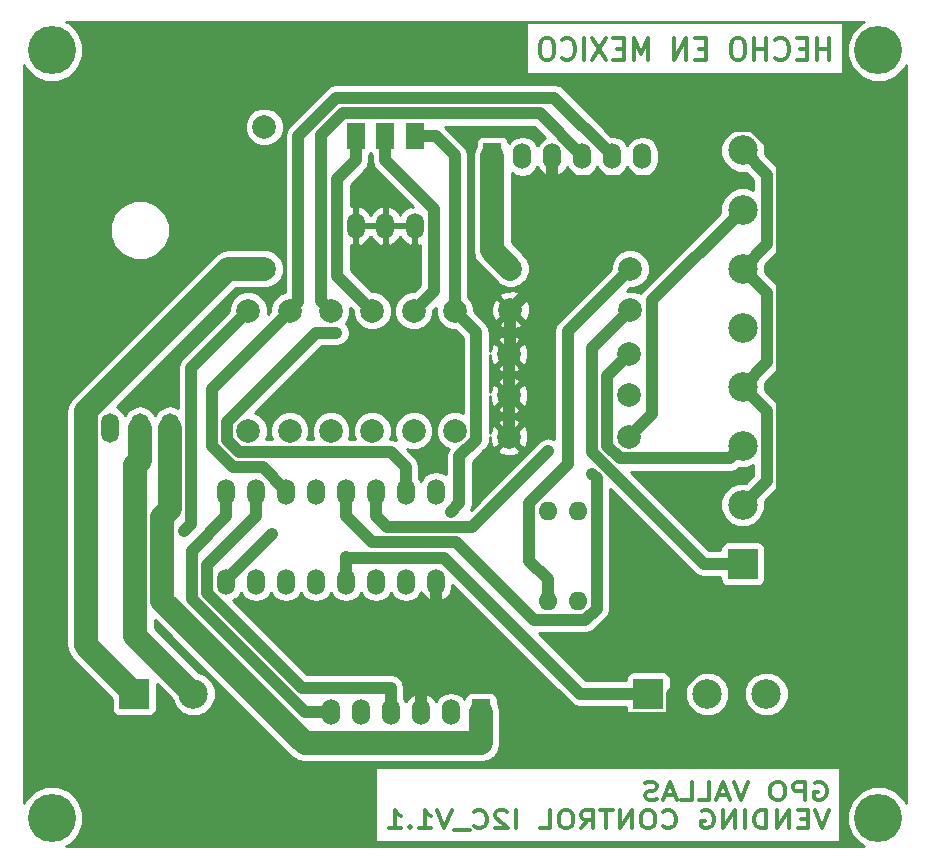
<source format=gbr>
G04 #@! TF.FileFunction,Copper,L2,Bot,Signal*
%FSLAX46Y46*%
G04 Gerber Fmt 4.6, Leading zero omitted, Abs format (unit mm)*
G04 Created by KiCad (PCBNEW 4.0.1-stable) date 26/09/2016 04:38:13 p. m.*
%MOMM*%
G01*
G04 APERTURE LIST*
%ADD10C,0.100000*%
%ADD11C,0.300000*%
%ADD12C,2.000000*%
%ADD13O,1.524000X2.197100*%
%ADD14R,1.524000X2.197100*%
%ADD15C,2.500000*%
%ADD16R,2.500000X2.500000*%
%ADD17O,1.501140X2.499360*%
%ADD18C,1.998980*%
%ADD19R,1.498600X2.197100*%
%ADD20O,1.498600X2.197100*%
%ADD21O,1.501140X2.199640*%
%ADD22O,1.600000X1.600000*%
%ADD23C,4.064000*%
%ADD24C,0.800000*%
%ADD25C,2.000000*%
%ADD26C,1.000000*%
%ADD27C,0.254000*%
G04 APERTURE END LIST*
D10*
D11*
X183321429Y-53314286D02*
X183321429Y-51514286D01*
X183321429Y-52371429D02*
X182292857Y-52371429D01*
X182292857Y-53314286D02*
X182292857Y-51514286D01*
X181435715Y-52371429D02*
X180835715Y-52371429D01*
X180578572Y-53314286D02*
X181435715Y-53314286D01*
X181435715Y-51514286D01*
X180578572Y-51514286D01*
X178778572Y-53142857D02*
X178864286Y-53228571D01*
X179121429Y-53314286D01*
X179292858Y-53314286D01*
X179550001Y-53228571D01*
X179721429Y-53057143D01*
X179807144Y-52885714D01*
X179892858Y-52542857D01*
X179892858Y-52285714D01*
X179807144Y-51942857D01*
X179721429Y-51771429D01*
X179550001Y-51600000D01*
X179292858Y-51514286D01*
X179121429Y-51514286D01*
X178864286Y-51600000D01*
X178778572Y-51685714D01*
X178007144Y-53314286D02*
X178007144Y-51514286D01*
X178007144Y-52371429D02*
X176978572Y-52371429D01*
X176978572Y-53314286D02*
X176978572Y-51514286D01*
X175778572Y-51514286D02*
X175435715Y-51514286D01*
X175264287Y-51600000D01*
X175092858Y-51771429D01*
X175007144Y-52114286D01*
X175007144Y-52714286D01*
X175092858Y-53057143D01*
X175264287Y-53228571D01*
X175435715Y-53314286D01*
X175778572Y-53314286D01*
X175950001Y-53228571D01*
X176121430Y-53057143D01*
X176207144Y-52714286D01*
X176207144Y-52114286D01*
X176121430Y-51771429D01*
X175950001Y-51600000D01*
X175778572Y-51514286D01*
X172864287Y-52371429D02*
X172264287Y-52371429D01*
X172007144Y-53314286D02*
X172864287Y-53314286D01*
X172864287Y-51514286D01*
X172007144Y-51514286D01*
X171235716Y-53314286D02*
X171235716Y-51514286D01*
X170207144Y-53314286D01*
X170207144Y-51514286D01*
X167978573Y-53314286D02*
X167978573Y-51514286D01*
X167378573Y-52800000D01*
X166778573Y-51514286D01*
X166778573Y-53314286D01*
X165921430Y-52371429D02*
X165321430Y-52371429D01*
X165064287Y-53314286D02*
X165921430Y-53314286D01*
X165921430Y-51514286D01*
X165064287Y-51514286D01*
X164464287Y-51514286D02*
X163264287Y-53314286D01*
X163264287Y-51514286D02*
X164464287Y-53314286D01*
X162578573Y-53314286D02*
X162578573Y-51514286D01*
X160692858Y-53142857D02*
X160778572Y-53228571D01*
X161035715Y-53314286D01*
X161207144Y-53314286D01*
X161464287Y-53228571D01*
X161635715Y-53057143D01*
X161721430Y-52885714D01*
X161807144Y-52542857D01*
X161807144Y-52285714D01*
X161721430Y-51942857D01*
X161635715Y-51771429D01*
X161464287Y-51600000D01*
X161207144Y-51514286D01*
X161035715Y-51514286D01*
X160778572Y-51600000D01*
X160692858Y-51685714D01*
X159578572Y-51514286D02*
X159235715Y-51514286D01*
X159064287Y-51600000D01*
X158892858Y-51771429D01*
X158807144Y-52114286D01*
X158807144Y-52714286D01*
X158892858Y-53057143D01*
X159064287Y-53228571D01*
X159235715Y-53314286D01*
X159578572Y-53314286D01*
X159750001Y-53228571D01*
X159921430Y-53057143D01*
X160007144Y-52714286D01*
X160007144Y-52114286D01*
X159921430Y-51771429D01*
X159750001Y-51600000D01*
X159578572Y-51514286D01*
X182128571Y-114550000D02*
X182300000Y-114478571D01*
X182557143Y-114478571D01*
X182814286Y-114550000D01*
X182985714Y-114692857D01*
X183071429Y-114835714D01*
X183157143Y-115121429D01*
X183157143Y-115335714D01*
X183071429Y-115621429D01*
X182985714Y-115764286D01*
X182814286Y-115907143D01*
X182557143Y-115978571D01*
X182385714Y-115978571D01*
X182128571Y-115907143D01*
X182042857Y-115835714D01*
X182042857Y-115335714D01*
X182385714Y-115335714D01*
X181271429Y-115978571D02*
X181271429Y-114478571D01*
X180585714Y-114478571D01*
X180414286Y-114550000D01*
X180328571Y-114621429D01*
X180242857Y-114764286D01*
X180242857Y-114978571D01*
X180328571Y-115121429D01*
X180414286Y-115192857D01*
X180585714Y-115264286D01*
X181271429Y-115264286D01*
X179128571Y-114478571D02*
X178785714Y-114478571D01*
X178614286Y-114550000D01*
X178442857Y-114692857D01*
X178357143Y-114978571D01*
X178357143Y-115478571D01*
X178442857Y-115764286D01*
X178614286Y-115907143D01*
X178785714Y-115978571D01*
X179128571Y-115978571D01*
X179300000Y-115907143D01*
X179471429Y-115764286D01*
X179557143Y-115478571D01*
X179557143Y-114978571D01*
X179471429Y-114692857D01*
X179300000Y-114550000D01*
X179128571Y-114478571D01*
X176471428Y-114478571D02*
X175871428Y-115978571D01*
X175271428Y-114478571D01*
X174757143Y-115550000D02*
X173900000Y-115550000D01*
X174928571Y-115978571D02*
X174328571Y-114478571D01*
X173728571Y-115978571D01*
X172271429Y-115978571D02*
X173128572Y-115978571D01*
X173128572Y-114478571D01*
X170814286Y-115978571D02*
X171671429Y-115978571D01*
X171671429Y-114478571D01*
X170300000Y-115550000D02*
X169442857Y-115550000D01*
X170471428Y-115978571D02*
X169871428Y-114478571D01*
X169271428Y-115978571D01*
X168757143Y-115907143D02*
X168500000Y-115978571D01*
X168071429Y-115978571D01*
X167900000Y-115907143D01*
X167814286Y-115835714D01*
X167728571Y-115692857D01*
X167728571Y-115550000D01*
X167814286Y-115407143D01*
X167900000Y-115335714D01*
X168071429Y-115264286D01*
X168414286Y-115192857D01*
X168585714Y-115121429D01*
X168671429Y-115050000D01*
X168757143Y-114907143D01*
X168757143Y-114764286D01*
X168671429Y-114621429D01*
X168585714Y-114550000D01*
X168414286Y-114478571D01*
X167985714Y-114478571D01*
X167728571Y-114550000D01*
X183328571Y-116878571D02*
X182728571Y-118378571D01*
X182128571Y-116878571D01*
X181528572Y-117592857D02*
X180928572Y-117592857D01*
X180671429Y-118378571D02*
X181528572Y-118378571D01*
X181528572Y-116878571D01*
X180671429Y-116878571D01*
X179900001Y-118378571D02*
X179900001Y-116878571D01*
X178871429Y-118378571D01*
X178871429Y-116878571D01*
X178014287Y-118378571D02*
X178014287Y-116878571D01*
X177585715Y-116878571D01*
X177328572Y-116950000D01*
X177157144Y-117092857D01*
X177071429Y-117235714D01*
X176985715Y-117521429D01*
X176985715Y-117735714D01*
X177071429Y-118021429D01*
X177157144Y-118164286D01*
X177328572Y-118307143D01*
X177585715Y-118378571D01*
X178014287Y-118378571D01*
X176214287Y-118378571D02*
X176214287Y-116878571D01*
X175357144Y-118378571D02*
X175357144Y-116878571D01*
X174328572Y-118378571D01*
X174328572Y-116878571D01*
X172528572Y-116950000D02*
X172700001Y-116878571D01*
X172957144Y-116878571D01*
X173214287Y-116950000D01*
X173385715Y-117092857D01*
X173471430Y-117235714D01*
X173557144Y-117521429D01*
X173557144Y-117735714D01*
X173471430Y-118021429D01*
X173385715Y-118164286D01*
X173214287Y-118307143D01*
X172957144Y-118378571D01*
X172785715Y-118378571D01*
X172528572Y-118307143D01*
X172442858Y-118235714D01*
X172442858Y-117735714D01*
X172785715Y-117735714D01*
X169271429Y-118235714D02*
X169357143Y-118307143D01*
X169614286Y-118378571D01*
X169785715Y-118378571D01*
X170042858Y-118307143D01*
X170214286Y-118164286D01*
X170300001Y-118021429D01*
X170385715Y-117735714D01*
X170385715Y-117521429D01*
X170300001Y-117235714D01*
X170214286Y-117092857D01*
X170042858Y-116950000D01*
X169785715Y-116878571D01*
X169614286Y-116878571D01*
X169357143Y-116950000D01*
X169271429Y-117021429D01*
X168157143Y-116878571D02*
X167814286Y-116878571D01*
X167642858Y-116950000D01*
X167471429Y-117092857D01*
X167385715Y-117378571D01*
X167385715Y-117878571D01*
X167471429Y-118164286D01*
X167642858Y-118307143D01*
X167814286Y-118378571D01*
X168157143Y-118378571D01*
X168328572Y-118307143D01*
X168500001Y-118164286D01*
X168585715Y-117878571D01*
X168585715Y-117378571D01*
X168500001Y-117092857D01*
X168328572Y-116950000D01*
X168157143Y-116878571D01*
X166614287Y-118378571D02*
X166614287Y-116878571D01*
X165585715Y-118378571D01*
X165585715Y-116878571D01*
X164985715Y-116878571D02*
X163957144Y-116878571D01*
X164471430Y-118378571D02*
X164471430Y-116878571D01*
X162328572Y-118378571D02*
X162928572Y-117664286D01*
X163357144Y-118378571D02*
X163357144Y-116878571D01*
X162671429Y-116878571D01*
X162500001Y-116950000D01*
X162414286Y-117021429D01*
X162328572Y-117164286D01*
X162328572Y-117378571D01*
X162414286Y-117521429D01*
X162500001Y-117592857D01*
X162671429Y-117664286D01*
X163357144Y-117664286D01*
X161214286Y-116878571D02*
X160871429Y-116878571D01*
X160700001Y-116950000D01*
X160528572Y-117092857D01*
X160442858Y-117378571D01*
X160442858Y-117878571D01*
X160528572Y-118164286D01*
X160700001Y-118307143D01*
X160871429Y-118378571D01*
X161214286Y-118378571D01*
X161385715Y-118307143D01*
X161557144Y-118164286D01*
X161642858Y-117878571D01*
X161642858Y-117378571D01*
X161557144Y-117092857D01*
X161385715Y-116950000D01*
X161214286Y-116878571D01*
X158814287Y-118378571D02*
X159671430Y-118378571D01*
X159671430Y-116878571D01*
X156842858Y-118378571D02*
X156842858Y-116878571D01*
X156071429Y-117021429D02*
X155985715Y-116950000D01*
X155814286Y-116878571D01*
X155385715Y-116878571D01*
X155214286Y-116950000D01*
X155128572Y-117021429D01*
X155042857Y-117164286D01*
X155042857Y-117307143D01*
X155128572Y-117521429D01*
X156157143Y-118378571D01*
X155042857Y-118378571D01*
X153242857Y-118235714D02*
X153328571Y-118307143D01*
X153585714Y-118378571D01*
X153757143Y-118378571D01*
X154014286Y-118307143D01*
X154185714Y-118164286D01*
X154271429Y-118021429D01*
X154357143Y-117735714D01*
X154357143Y-117521429D01*
X154271429Y-117235714D01*
X154185714Y-117092857D01*
X154014286Y-116950000D01*
X153757143Y-116878571D01*
X153585714Y-116878571D01*
X153328571Y-116950000D01*
X153242857Y-117021429D01*
X152900000Y-118521429D02*
X151528571Y-118521429D01*
X151357142Y-116878571D02*
X150757142Y-118378571D01*
X150157142Y-116878571D01*
X148614285Y-118378571D02*
X149642857Y-118378571D01*
X149128571Y-118378571D02*
X149128571Y-116878571D01*
X149300000Y-117092857D01*
X149471428Y-117235714D01*
X149642857Y-117307143D01*
X147842857Y-118235714D02*
X147757142Y-118307143D01*
X147842857Y-118378571D01*
X147928571Y-118307143D01*
X147842857Y-118235714D01*
X147842857Y-118378571D01*
X146042856Y-118378571D02*
X147071428Y-118378571D01*
X146557142Y-118378571D02*
X146557142Y-116878571D01*
X146728571Y-117092857D01*
X146899999Y-117235714D01*
X147071428Y-117307143D01*
D12*
X135500000Y-71000000D03*
X135500000Y-59000000D03*
D13*
X162420000Y-61500000D03*
X159880000Y-61500000D03*
X167500000Y-61500000D03*
X164960000Y-61500000D03*
D14*
X154800000Y-61500000D03*
D13*
X157340000Y-61500000D03*
X146230000Y-108576200D03*
X148770000Y-108576200D03*
X141150000Y-108576200D03*
X143690000Y-108576200D03*
D14*
X153850000Y-108576200D03*
D13*
X151310000Y-108576200D03*
D15*
X178000000Y-107000000D03*
D16*
X168000000Y-107000000D03*
D15*
X173000000Y-107000000D03*
D16*
X124500000Y-107000000D03*
D15*
X129500000Y-107000000D03*
X176000000Y-61000000D03*
X176000000Y-66000000D03*
X176000000Y-71000000D03*
X176000000Y-76000000D03*
X176000000Y-81000000D03*
X176000000Y-86000000D03*
D16*
X176000000Y-96000000D03*
D15*
X176000000Y-91000000D03*
D17*
X124960000Y-84500000D03*
X122420000Y-84500000D03*
X127500000Y-84500000D03*
D18*
X151647000Y-84730500D03*
X151647000Y-74570500D03*
X148147000Y-84730500D03*
X148147000Y-74570500D03*
X144647000Y-84730500D03*
X144647000Y-74570500D03*
X141147000Y-84730500D03*
X141147000Y-74570500D03*
X137647000Y-84730500D03*
X137647000Y-74570500D03*
X134147000Y-84730500D03*
X134147000Y-74570500D03*
X166500000Y-71000000D03*
X156340000Y-71000000D03*
X166500000Y-74500000D03*
X156340000Y-74500000D03*
X166376000Y-78237600D03*
X156216000Y-78237600D03*
X166376000Y-81737600D03*
X156216000Y-81737600D03*
X166376000Y-85238000D03*
X156216000Y-85238000D03*
D19*
X148250000Y-59750000D03*
D20*
X148250000Y-67370000D03*
D19*
X145750000Y-59750000D03*
D20*
X145750000Y-67370000D03*
D19*
X143250000Y-59750000D03*
D20*
X143250000Y-67370000D03*
D21*
X132260000Y-97500000D03*
X134800000Y-97500000D03*
X137340000Y-97500000D03*
X139880000Y-97500000D03*
X142420000Y-97500000D03*
X144960000Y-97500000D03*
X147500000Y-97500000D03*
X150040000Y-97500000D03*
X150040000Y-89880000D03*
X147500000Y-89880000D03*
X144960000Y-89880000D03*
X142420000Y-89880000D03*
X139880000Y-89880000D03*
X137340000Y-89880000D03*
X134800000Y-89880000D03*
X132260000Y-89880000D03*
D22*
X162040000Y-91500000D03*
X159500000Y-91500000D03*
X159500000Y-99120000D03*
X162040000Y-99120000D03*
D23*
X117500000Y-117500000D03*
X187500000Y-117500000D03*
X187500000Y-52500000D03*
X117500000Y-52500000D03*
D24*
X136146100Y-93479200D03*
X151267200Y-91582000D03*
X128678300Y-93254000D03*
X163249300Y-88364700D03*
X159548700Y-86435400D03*
X141594300Y-76430800D03*
D25*
X124960000Y-84500000D02*
X124960000Y-87249800D01*
X124577700Y-102077700D02*
X129500000Y-107000000D01*
X124577700Y-87632100D02*
X124577700Y-102077700D01*
X124960000Y-87249800D02*
X124577700Y-87632100D01*
X132465500Y-71000000D02*
X135500000Y-71000000D01*
X120365300Y-83100200D02*
X132465500Y-71000000D01*
X120365300Y-102865300D02*
X120365300Y-83100200D01*
X124500000Y-107000000D02*
X120365300Y-102865300D01*
D26*
X162420000Y-61428500D02*
X162420000Y-61500000D01*
X158838700Y-57847200D02*
X162420000Y-61428500D01*
X142136900Y-57847200D02*
X158838700Y-57847200D01*
X140332400Y-59651700D02*
X142136900Y-57847200D01*
X140332400Y-73755900D02*
X140332400Y-59651700D01*
X141147000Y-74570500D02*
X140332400Y-73755900D01*
X138666200Y-106477600D02*
X146230000Y-106477600D01*
X130681600Y-98493000D02*
X138666200Y-106477600D01*
X130681600Y-96098300D02*
X130681600Y-98493000D01*
X134800000Y-91979900D02*
X130681600Y-96098300D01*
X134800000Y-89880000D02*
X134800000Y-91979900D01*
X146230000Y-108576200D02*
X146230000Y-106477600D01*
X156216000Y-81737600D02*
X156216000Y-78237600D01*
X150040000Y-97500000D02*
X150040000Y-99007000D01*
X148770000Y-108576200D02*
X148770000Y-106477600D01*
X156340000Y-78113600D02*
X156340000Y-74500000D01*
X156216000Y-78237600D02*
X156340000Y-78113600D01*
X150040000Y-100614200D02*
X152336700Y-102910900D01*
X150040000Y-99007000D02*
X150040000Y-100614200D01*
X152336700Y-102910900D02*
X148770000Y-106477600D01*
X159880000Y-61500000D02*
X159880000Y-63598600D01*
X159880000Y-70960000D02*
X156340000Y-74500000D01*
X159880000Y-63598600D02*
X159880000Y-70960000D01*
X156216000Y-85238000D02*
X156216000Y-81737600D01*
X169504100Y-63598600D02*
X159880000Y-63598600D01*
X174173000Y-58929700D02*
X169504100Y-63598600D01*
X176860100Y-58929700D02*
X174173000Y-58929700D01*
X179352500Y-61422100D02*
X176860100Y-58929700D01*
X179352500Y-97740000D02*
X179352500Y-61422100D01*
X170050400Y-107042100D02*
X179352500Y-97740000D01*
X170050400Y-108669500D02*
X170050400Y-107042100D01*
X169643000Y-109076900D02*
X170050400Y-108669500D01*
X158502700Y-109076900D02*
X169643000Y-109076900D01*
X152336700Y-102910900D02*
X158502700Y-109076900D01*
X132260000Y-89880000D02*
X132260000Y-91979900D01*
X178051300Y-63051300D02*
X176000000Y-61000000D01*
X178051300Y-68948700D02*
X178051300Y-63051300D01*
X176000000Y-71000000D02*
X178051300Y-68948700D01*
X129353700Y-94886200D02*
X132260000Y-91979900D01*
X129353700Y-99004200D02*
X129353700Y-94886200D01*
X138925700Y-108576200D02*
X129353700Y-99004200D01*
X141150000Y-108576200D02*
X138925700Y-108576200D01*
X178051300Y-83051300D02*
X176000000Y-81000000D01*
X178051300Y-88948700D02*
X178051300Y-83051300D01*
X176000000Y-91000000D02*
X178051300Y-88948700D01*
X178051300Y-73051300D02*
X176000000Y-71000000D01*
X178051300Y-78948700D02*
X178051300Y-73051300D01*
X176000000Y-81000000D02*
X178051300Y-78948700D01*
X164960000Y-61423200D02*
X164960000Y-61500000D01*
X160068800Y-56532000D02*
X164960000Y-61423200D01*
X141613000Y-56532000D02*
X160068800Y-56532000D01*
X138385400Y-59759600D02*
X141613000Y-56532000D01*
X138385400Y-73832100D02*
X138385400Y-59759600D01*
X137647000Y-74570500D02*
X138385400Y-73832100D01*
X137340000Y-89797300D02*
X137340000Y-89880000D01*
X135373300Y-87830600D02*
X137340000Y-89797300D01*
X132862900Y-87830600D02*
X135373300Y-87830600D01*
X131046900Y-86014600D02*
X132862900Y-87830600D01*
X131046900Y-81170600D02*
X131046900Y-86014600D01*
X137647000Y-74570500D02*
X131046900Y-81170600D01*
D25*
X153850000Y-108576200D02*
X153850000Y-111174800D01*
X127500000Y-84500000D02*
X127500000Y-87249800D01*
X138933400Y-111174800D02*
X153850000Y-111174800D01*
X126878000Y-99119400D02*
X138933400Y-111174800D01*
X126878000Y-91992000D02*
X126878000Y-99119400D01*
X127500000Y-91370000D02*
X126878000Y-91992000D01*
X127500000Y-87249800D02*
X127500000Y-91370000D01*
X154800000Y-69460000D02*
X154800000Y-61500000D01*
X156340000Y-71000000D02*
X154800000Y-69460000D01*
D26*
X161180400Y-76319600D02*
X166500000Y-71000000D01*
X161180400Y-87556300D02*
X161180400Y-76319600D01*
X157897600Y-90839100D02*
X161180400Y-87556300D01*
X157897600Y-95717600D02*
X157897600Y-90839100D01*
X159500000Y-97320000D02*
X157897600Y-95717600D01*
X159500000Y-99120000D02*
X159500000Y-97320000D01*
X148250000Y-59750000D02*
X149999300Y-59750000D01*
X151647000Y-61397700D02*
X151647000Y-74570500D01*
X149999300Y-59750000D02*
X151647000Y-61397700D01*
X153446800Y-76370300D02*
X151647000Y-74570500D01*
X153446800Y-85476100D02*
X153446800Y-76370300D01*
X152012800Y-86910100D02*
X153446800Y-85476100D01*
X152012700Y-86910100D02*
X152012800Y-86910100D01*
X152012700Y-90836500D02*
X152012700Y-86910100D01*
X151267200Y-91582000D02*
X152012700Y-90836500D01*
X132260000Y-97365300D02*
X136146100Y-93479200D01*
X132260000Y-97500000D02*
X132260000Y-97365300D01*
X145750000Y-59750000D02*
X145750000Y-61848600D01*
X149847100Y-72870400D02*
X148147000Y-74570500D01*
X149847100Y-65945700D02*
X149847100Y-72870400D01*
X145750000Y-61848600D02*
X149847100Y-65945700D01*
X143250000Y-59750000D02*
X143250000Y-61848600D01*
X141667900Y-63430700D02*
X143250000Y-61848600D01*
X141667900Y-71591400D02*
X141667900Y-63430700D01*
X144647000Y-74570500D02*
X141667900Y-71591400D01*
X129306900Y-92625400D02*
X128678300Y-93254000D01*
X129306900Y-79410600D02*
X129306900Y-92625400D01*
X134147000Y-74570500D02*
X129306900Y-79410600D01*
X142420000Y-97500000D02*
X142420000Y-95400100D01*
X162262700Y-107000000D02*
X168000000Y-107000000D01*
X150745600Y-95482900D02*
X162262700Y-107000000D01*
X142502800Y-95482900D02*
X150745600Y-95482900D01*
X142420000Y-95400100D02*
X142502800Y-95482900D01*
X168300300Y-73699700D02*
X176000000Y-66000000D01*
X168300300Y-83313700D02*
X168300300Y-73699700D01*
X166376000Y-85238000D02*
X168300300Y-83313700D01*
X142420000Y-89880000D02*
X142420000Y-91979900D01*
X163249300Y-88364900D02*
X163249300Y-88364700D01*
X163644800Y-88760400D02*
X163249300Y-88364900D01*
X163644800Y-99781000D02*
X163644800Y-88760400D01*
X162674200Y-100751600D02*
X163644800Y-99781000D01*
X158316500Y-100751600D02*
X162674200Y-100751600D01*
X151747500Y-94182600D02*
X158316500Y-100751600D01*
X144622700Y-94182600D02*
X151747500Y-94182600D01*
X142420000Y-91979900D02*
X144622700Y-94182600D01*
X144960000Y-89880000D02*
X144960000Y-91979900D01*
X153101800Y-92882300D02*
X159548700Y-86435400D01*
X145862400Y-92882300D02*
X153101800Y-92882300D01*
X144960000Y-91979900D02*
X145862400Y-92882300D01*
X147500000Y-89880000D02*
X147500000Y-87780100D01*
X139901400Y-76430800D02*
X141594300Y-76430800D01*
X132347200Y-83985000D02*
X139901400Y-76430800D01*
X132347200Y-85476000D02*
X132347200Y-83985000D01*
X133401500Y-86530300D02*
X132347200Y-85476000D01*
X146250200Y-86530300D02*
X133401500Y-86530300D01*
X147500000Y-87780100D02*
X146250200Y-86530300D01*
X174936600Y-87063400D02*
X176000000Y-86000000D01*
X165641000Y-87063400D02*
X174936600Y-87063400D01*
X164557200Y-85979600D02*
X165641000Y-87063400D01*
X164557200Y-80056400D02*
X164557200Y-85979600D01*
X166376000Y-78237600D02*
X164557200Y-80056400D01*
X176000000Y-96000000D02*
X173750000Y-96000000D01*
X163237900Y-77762100D02*
X166500000Y-74500000D01*
X163237900Y-86514500D02*
X163237900Y-77762100D01*
X172723400Y-96000000D02*
X163237900Y-86514500D01*
X173750000Y-96000000D02*
X172723400Y-96000000D01*
D27*
G36*
X185991239Y-50237709D02*
X185240345Y-50987293D01*
X184833464Y-51967173D01*
X184832538Y-53028172D01*
X185237709Y-54008761D01*
X185987293Y-54759655D01*
X186967173Y-55166536D01*
X188028172Y-55167462D01*
X189008761Y-54762291D01*
X189759655Y-54012707D01*
X189873000Y-53739741D01*
X189873000Y-116259175D01*
X189762291Y-115991239D01*
X189012707Y-115240345D01*
X188032827Y-114833464D01*
X186971828Y-114832538D01*
X185991239Y-115237709D01*
X185240345Y-115987293D01*
X184833464Y-116967173D01*
X184832538Y-118028172D01*
X185237709Y-119008761D01*
X185987293Y-119759655D01*
X186260259Y-119873000D01*
X118740825Y-119873000D01*
X119008761Y-119762291D01*
X119759655Y-119012707D01*
X120166536Y-118032827D01*
X120167462Y-116971828D01*
X119762291Y-115991239D01*
X119012707Y-115240345D01*
X118032827Y-114833464D01*
X116971828Y-114832538D01*
X115991239Y-115237709D01*
X115240345Y-115987293D01*
X115127000Y-116260259D01*
X115127000Y-113165000D01*
X144914999Y-113165000D01*
X144914999Y-119535000D01*
X184285000Y-119535000D01*
X184285000Y-113165000D01*
X144914999Y-113165000D01*
X115127000Y-113165000D01*
X115127000Y-83100200D01*
X118730299Y-83100200D01*
X118730300Y-83100205D01*
X118730300Y-102865295D01*
X118730299Y-102865300D01*
X118854757Y-103490988D01*
X119209180Y-104021420D01*
X122602560Y-107414799D01*
X122602560Y-108250000D01*
X122646838Y-108485317D01*
X122785910Y-108701441D01*
X122998110Y-108846431D01*
X123250000Y-108897440D01*
X125750000Y-108897440D01*
X125985317Y-108853162D01*
X126201441Y-108714090D01*
X126346431Y-108501890D01*
X126397440Y-108250000D01*
X126397440Y-106209679D01*
X127652421Y-107464660D01*
X127901043Y-108066372D01*
X128430839Y-108597093D01*
X129123405Y-108884672D01*
X129873305Y-108885326D01*
X130566372Y-108598957D01*
X131097093Y-108069161D01*
X131384672Y-107376595D01*
X131385326Y-106626695D01*
X131098957Y-105933628D01*
X130569161Y-105402907D01*
X129963762Y-105151523D01*
X126212700Y-101400460D01*
X126212700Y-100766340D01*
X137777278Y-112330917D01*
X137777280Y-112330920D01*
X138095251Y-112543381D01*
X138307712Y-112685343D01*
X138933400Y-112809800D01*
X153850000Y-112809800D01*
X154475687Y-112685343D01*
X155006120Y-112330920D01*
X155360543Y-111800487D01*
X155485000Y-111174800D01*
X155485000Y-108576200D01*
X155360543Y-107950513D01*
X155259440Y-107799201D01*
X155259440Y-107477650D01*
X155215162Y-107242333D01*
X155076090Y-107026209D01*
X154863890Y-106881219D01*
X154612000Y-106830210D01*
X153088000Y-106830210D01*
X152852683Y-106874488D01*
X152636559Y-107013560D01*
X152491569Y-107225760D01*
X152447736Y-107442213D01*
X152297828Y-107217860D01*
X151844609Y-106915028D01*
X151310000Y-106808688D01*
X150775391Y-106915028D01*
X150322172Y-107217860D01*
X150031358Y-107653093D01*
X150012059Y-107587709D01*
X149668026Y-107162020D01*
X149187277Y-106900390D01*
X149113070Y-106885430D01*
X148897000Y-107007930D01*
X148897000Y-108449200D01*
X148917000Y-108449200D01*
X148917000Y-108703200D01*
X148897000Y-108703200D01*
X148897000Y-108723200D01*
X148643000Y-108723200D01*
X148643000Y-108703200D01*
X148623000Y-108703200D01*
X148623000Y-108449200D01*
X148643000Y-108449200D01*
X148643000Y-107007930D01*
X148426930Y-106885430D01*
X148352723Y-106900390D01*
X147871974Y-107162020D01*
X147527941Y-107587709D01*
X147508642Y-107653093D01*
X147365000Y-107438118D01*
X147365000Y-106477600D01*
X147278603Y-106043254D01*
X147032566Y-105675034D01*
X146664346Y-105428997D01*
X146230000Y-105342600D01*
X139136332Y-105342600D01*
X132890245Y-99096513D01*
X133239746Y-98862983D01*
X133530000Y-98428588D01*
X133820254Y-98862983D01*
X134269765Y-99163337D01*
X134800000Y-99268807D01*
X135330235Y-99163337D01*
X135779746Y-98862983D01*
X136070000Y-98428588D01*
X136360254Y-98862983D01*
X136809765Y-99163337D01*
X137340000Y-99268807D01*
X137870235Y-99163337D01*
X138319746Y-98862983D01*
X138610000Y-98428588D01*
X138900254Y-98862983D01*
X139349765Y-99163337D01*
X139880000Y-99268807D01*
X140410235Y-99163337D01*
X140859746Y-98862983D01*
X141150000Y-98428588D01*
X141440254Y-98862983D01*
X141889765Y-99163337D01*
X142420000Y-99268807D01*
X142950235Y-99163337D01*
X143399746Y-98862983D01*
X143690000Y-98428588D01*
X143980254Y-98862983D01*
X144429765Y-99163337D01*
X144960000Y-99268807D01*
X145490235Y-99163337D01*
X145939746Y-98862983D01*
X146230000Y-98428588D01*
X146520254Y-98862983D01*
X146969765Y-99163337D01*
X147500000Y-99268807D01*
X148030235Y-99163337D01*
X148479746Y-98862983D01*
X148780100Y-98413472D01*
X148781601Y-98405928D01*
X148808501Y-98496817D01*
X149150056Y-98918798D01*
X149627097Y-99177950D01*
X149698725Y-99192133D01*
X149913000Y-99069479D01*
X149913000Y-97627000D01*
X149893000Y-97627000D01*
X149893000Y-97373000D01*
X149913000Y-97373000D01*
X149913000Y-97353000D01*
X150167000Y-97353000D01*
X150167000Y-97373000D01*
X150187000Y-97373000D01*
X150187000Y-97627000D01*
X150167000Y-97627000D01*
X150167000Y-99069479D01*
X150381275Y-99192133D01*
X150452903Y-99177950D01*
X150929944Y-98918798D01*
X151271499Y-98496817D01*
X151425570Y-97976250D01*
X151425570Y-97768002D01*
X161460134Y-107802566D01*
X161828354Y-108048603D01*
X162262700Y-108135000D01*
X166102560Y-108135000D01*
X166102560Y-108250000D01*
X166146838Y-108485317D01*
X166285910Y-108701441D01*
X166498110Y-108846431D01*
X166750000Y-108897440D01*
X169250000Y-108897440D01*
X169485317Y-108853162D01*
X169701441Y-108714090D01*
X169846431Y-108501890D01*
X169897440Y-108250000D01*
X169897440Y-107373305D01*
X171114674Y-107373305D01*
X171401043Y-108066372D01*
X171930839Y-108597093D01*
X172623405Y-108884672D01*
X173373305Y-108885326D01*
X174066372Y-108598957D01*
X174597093Y-108069161D01*
X174884672Y-107376595D01*
X174884674Y-107373305D01*
X176114674Y-107373305D01*
X176401043Y-108066372D01*
X176930839Y-108597093D01*
X177623405Y-108884672D01*
X178373305Y-108885326D01*
X179066372Y-108598957D01*
X179597093Y-108069161D01*
X179884672Y-107376595D01*
X179885326Y-106626695D01*
X179598957Y-105933628D01*
X179069161Y-105402907D01*
X178376595Y-105115328D01*
X177626695Y-105114674D01*
X176933628Y-105401043D01*
X176402907Y-105930839D01*
X176115328Y-106623405D01*
X176114674Y-107373305D01*
X174884674Y-107373305D01*
X174885326Y-106626695D01*
X174598957Y-105933628D01*
X174069161Y-105402907D01*
X173376595Y-105115328D01*
X172626695Y-105114674D01*
X171933628Y-105401043D01*
X171402907Y-105930839D01*
X171115328Y-106623405D01*
X171114674Y-107373305D01*
X169897440Y-107373305D01*
X169897440Y-105750000D01*
X169853162Y-105514683D01*
X169714090Y-105298559D01*
X169501890Y-105153569D01*
X169250000Y-105102560D01*
X166750000Y-105102560D01*
X166514683Y-105146838D01*
X166298559Y-105285910D01*
X166153569Y-105498110D01*
X166102560Y-105750000D01*
X166102560Y-105865000D01*
X162732832Y-105865000D01*
X158754432Y-101886600D01*
X162674200Y-101886600D01*
X163108546Y-101800203D01*
X163476766Y-101554166D01*
X164447366Y-100583566D01*
X164693404Y-100215345D01*
X164779800Y-99781000D01*
X164779800Y-89661532D01*
X171920834Y-96802566D01*
X172289054Y-97048603D01*
X172723400Y-97135000D01*
X174102560Y-97135000D01*
X174102560Y-97250000D01*
X174146838Y-97485317D01*
X174285910Y-97701441D01*
X174498110Y-97846431D01*
X174750000Y-97897440D01*
X177250000Y-97897440D01*
X177485317Y-97853162D01*
X177701441Y-97714090D01*
X177846431Y-97501890D01*
X177897440Y-97250000D01*
X177897440Y-94750000D01*
X177853162Y-94514683D01*
X177714090Y-94298559D01*
X177501890Y-94153569D01*
X177250000Y-94102560D01*
X174750000Y-94102560D01*
X174514683Y-94146838D01*
X174298559Y-94285910D01*
X174153569Y-94498110D01*
X174102560Y-94750000D01*
X174102560Y-94865000D01*
X173193532Y-94865000D01*
X166526932Y-88198400D01*
X174936600Y-88198400D01*
X175370946Y-88112003D01*
X175711056Y-87884748D01*
X176373305Y-87885326D01*
X176916300Y-87660965D01*
X176916300Y-88478568D01*
X176279625Y-89115243D01*
X175626695Y-89114674D01*
X174933628Y-89401043D01*
X174402907Y-89930839D01*
X174115328Y-90623405D01*
X174114674Y-91373305D01*
X174401043Y-92066372D01*
X174930839Y-92597093D01*
X175623405Y-92884672D01*
X176373305Y-92885326D01*
X177066372Y-92598957D01*
X177597093Y-92069161D01*
X177884672Y-91376595D01*
X177885245Y-90719887D01*
X178853866Y-89751266D01*
X178979684Y-89562966D01*
X179099903Y-89383046D01*
X179186300Y-88948700D01*
X179186300Y-83051300D01*
X179099903Y-82616954D01*
X178853866Y-82248734D01*
X177884757Y-81279625D01*
X177885245Y-80719887D01*
X178853866Y-79751266D01*
X178940203Y-79622054D01*
X179099903Y-79383046D01*
X179186300Y-78948700D01*
X179186300Y-73051300D01*
X179099903Y-72616954D01*
X178853866Y-72248734D01*
X177884757Y-71279625D01*
X177885245Y-70719887D01*
X178853866Y-69751266D01*
X178945893Y-69613538D01*
X179099903Y-69383046D01*
X179186300Y-68948700D01*
X179186300Y-63051300D01*
X179099903Y-62616954D01*
X178853866Y-62248734D01*
X177884757Y-61279625D01*
X177885326Y-60626695D01*
X177598957Y-59933628D01*
X177069161Y-59402907D01*
X176376595Y-59115328D01*
X175626695Y-59114674D01*
X174933628Y-59401043D01*
X174402907Y-59930839D01*
X174115328Y-60623405D01*
X174114674Y-61373305D01*
X174401043Y-62066372D01*
X174930839Y-62597093D01*
X175623405Y-62884672D01*
X176280113Y-62885245D01*
X176916300Y-63521432D01*
X176916300Y-64339433D01*
X176376595Y-64115328D01*
X175626695Y-64114674D01*
X174933628Y-64401043D01*
X174402907Y-64930839D01*
X174115328Y-65623405D01*
X174114755Y-66280113D01*
X167497734Y-72897134D01*
X167368350Y-73090770D01*
X166826547Y-72865794D01*
X166239851Y-72865282D01*
X166470667Y-72634466D01*
X166823694Y-72634774D01*
X167424655Y-72386462D01*
X167884846Y-71927073D01*
X168134206Y-71326547D01*
X168134774Y-70676306D01*
X167886462Y-70075345D01*
X167427073Y-69615154D01*
X166826547Y-69365794D01*
X166176306Y-69365226D01*
X165575345Y-69613538D01*
X165115154Y-70072927D01*
X164865794Y-70673453D01*
X164865483Y-71029384D01*
X160377834Y-75517034D01*
X160131797Y-75885254D01*
X160045400Y-76319600D01*
X160045400Y-85428461D01*
X159983045Y-85386797D01*
X159548700Y-85300401D01*
X159114354Y-85386797D01*
X158746134Y-85632834D01*
X152967025Y-91411943D01*
X153061303Y-91270846D01*
X153147700Y-90836500D01*
X153147700Y-87380332D01*
X154137869Y-86390163D01*
X155243443Y-86390163D01*
X155342042Y-86656965D01*
X155951582Y-86883401D01*
X156601377Y-86859341D01*
X157089958Y-86656965D01*
X157188557Y-86390163D01*
X156216000Y-85417605D01*
X155243443Y-86390163D01*
X154137869Y-86390163D01*
X154249366Y-86278666D01*
X154363713Y-86107534D01*
X154495403Y-85910446D01*
X154581800Y-85476100D01*
X154581800Y-85276090D01*
X154594659Y-85623377D01*
X154797035Y-86111958D01*
X155063837Y-86210557D01*
X156036395Y-85238000D01*
X156395605Y-85238000D01*
X157368163Y-86210557D01*
X157634965Y-86111958D01*
X157861401Y-85502418D01*
X157837341Y-84852623D01*
X157634965Y-84364042D01*
X157368163Y-84265443D01*
X156395605Y-85238000D01*
X156036395Y-85238000D01*
X155063837Y-84265443D01*
X154797035Y-84364042D01*
X154581800Y-84943430D01*
X154581800Y-84085837D01*
X155243443Y-84085837D01*
X156216000Y-85058395D01*
X157188557Y-84085837D01*
X157089958Y-83819035D01*
X156480418Y-83592599D01*
X155830623Y-83616659D01*
X155342042Y-83819035D01*
X155243443Y-84085837D01*
X154581800Y-84085837D01*
X154581800Y-82889763D01*
X155243443Y-82889763D01*
X155342042Y-83156565D01*
X155951582Y-83383001D01*
X156601377Y-83358941D01*
X157089958Y-83156565D01*
X157188557Y-82889763D01*
X156216000Y-81917205D01*
X155243443Y-82889763D01*
X154581800Y-82889763D01*
X154581800Y-81775690D01*
X154594659Y-82122977D01*
X154797035Y-82611558D01*
X155063837Y-82710157D01*
X156036395Y-81737600D01*
X156395605Y-81737600D01*
X157368163Y-82710157D01*
X157634965Y-82611558D01*
X157861401Y-82002018D01*
X157837341Y-81352223D01*
X157634965Y-80863642D01*
X157368163Y-80765043D01*
X156395605Y-81737600D01*
X156036395Y-81737600D01*
X155063837Y-80765043D01*
X154797035Y-80863642D01*
X154581800Y-81443030D01*
X154581800Y-80585437D01*
X155243443Y-80585437D01*
X156216000Y-81557995D01*
X157188557Y-80585437D01*
X157089958Y-80318635D01*
X156480418Y-80092199D01*
X155830623Y-80116259D01*
X155342042Y-80318635D01*
X155243443Y-80585437D01*
X154581800Y-80585437D01*
X154581800Y-79389763D01*
X155243443Y-79389763D01*
X155342042Y-79656565D01*
X155951582Y-79883001D01*
X156601377Y-79858941D01*
X157089958Y-79656565D01*
X157188557Y-79389763D01*
X156216000Y-78417205D01*
X155243443Y-79389763D01*
X154581800Y-79389763D01*
X154581800Y-78275690D01*
X154594659Y-78622977D01*
X154797035Y-79111558D01*
X155063837Y-79210157D01*
X156036395Y-78237600D01*
X156395605Y-78237600D01*
X157368163Y-79210157D01*
X157634965Y-79111558D01*
X157861401Y-78502018D01*
X157837341Y-77852223D01*
X157634965Y-77363642D01*
X157368163Y-77265043D01*
X156395605Y-78237600D01*
X156036395Y-78237600D01*
X155063837Y-77265043D01*
X154797035Y-77363642D01*
X154581800Y-77943030D01*
X154581800Y-77085437D01*
X155243443Y-77085437D01*
X156216000Y-78057995D01*
X157188557Y-77085437D01*
X157089958Y-76818635D01*
X156480418Y-76592199D01*
X155830623Y-76616259D01*
X155342042Y-76818635D01*
X155243443Y-77085437D01*
X154581800Y-77085437D01*
X154581800Y-76370300D01*
X154552704Y-76224023D01*
X154495404Y-75935955D01*
X154305781Y-75652163D01*
X155367443Y-75652163D01*
X155466042Y-75918965D01*
X156075582Y-76145401D01*
X156725377Y-76121341D01*
X157213958Y-75918965D01*
X157312557Y-75652163D01*
X156340000Y-74679605D01*
X155367443Y-75652163D01*
X154305781Y-75652163D01*
X154249367Y-75567734D01*
X153281466Y-74599833D01*
X153281774Y-74246806D01*
X153277137Y-74235582D01*
X154694599Y-74235582D01*
X154718659Y-74885377D01*
X154921035Y-75373958D01*
X155187837Y-75472557D01*
X156160395Y-74500000D01*
X156519605Y-74500000D01*
X157492163Y-75472557D01*
X157758965Y-75373958D01*
X157985401Y-74764418D01*
X157961341Y-74114623D01*
X157758965Y-73626042D01*
X157492163Y-73527443D01*
X156519605Y-74500000D01*
X156160395Y-74500000D01*
X155187837Y-73527443D01*
X154921035Y-73626042D01*
X154694599Y-74235582D01*
X153277137Y-74235582D01*
X153033462Y-73645845D01*
X152782000Y-73393944D01*
X152782000Y-73347837D01*
X155367443Y-73347837D01*
X156340000Y-74320395D01*
X157312557Y-73347837D01*
X157213958Y-73081035D01*
X156604418Y-72854599D01*
X155954623Y-72878659D01*
X155466042Y-73081035D01*
X155367443Y-73347837D01*
X152782000Y-73347837D01*
X152782000Y-61397700D01*
X152777087Y-61373000D01*
X152695604Y-60963355D01*
X152449566Y-60595134D01*
X150836632Y-58982200D01*
X158368568Y-58982200D01*
X159299426Y-59913058D01*
X158981974Y-60085820D01*
X158637941Y-60511509D01*
X158618642Y-60576893D01*
X158327828Y-60141660D01*
X157874609Y-59838828D01*
X157340000Y-59732488D01*
X156805391Y-59838828D01*
X156352172Y-60141660D01*
X156202660Y-60365419D01*
X156165162Y-60166133D01*
X156026090Y-59950009D01*
X155813890Y-59805019D01*
X155562000Y-59754010D01*
X154038000Y-59754010D01*
X153802683Y-59798288D01*
X153586559Y-59937360D01*
X153441569Y-60149560D01*
X153390560Y-60401450D01*
X153390560Y-60723001D01*
X153289457Y-60874313D01*
X153165000Y-61500000D01*
X153165000Y-69459995D01*
X153164999Y-69460000D01*
X153289457Y-70085688D01*
X153643880Y-70616120D01*
X155183880Y-72156120D01*
X155186041Y-72157564D01*
X155412927Y-72384846D01*
X155712133Y-72509087D01*
X155714312Y-72510543D01*
X155716860Y-72511050D01*
X156013453Y-72634206D01*
X156337426Y-72634489D01*
X156340000Y-72635001D01*
X156342551Y-72634493D01*
X156663694Y-72634774D01*
X156963120Y-72511054D01*
X156965688Y-72510543D01*
X156967846Y-72509101D01*
X157264655Y-72386462D01*
X157493940Y-72157577D01*
X157496120Y-72156120D01*
X157497564Y-72153959D01*
X157724846Y-71927073D01*
X157849087Y-71627867D01*
X157850543Y-71625688D01*
X157851050Y-71623140D01*
X157974206Y-71326547D01*
X157974489Y-71002574D01*
X157975001Y-71000000D01*
X157974493Y-70997449D01*
X157974774Y-70676306D01*
X157851054Y-70376880D01*
X157850543Y-70374312D01*
X157849101Y-70372154D01*
X157726462Y-70075345D01*
X157497577Y-69846060D01*
X157496120Y-69843880D01*
X156435000Y-68782760D01*
X156435000Y-62913684D01*
X156805391Y-63161172D01*
X157340000Y-63267512D01*
X157874609Y-63161172D01*
X158327828Y-62858340D01*
X158618642Y-62423107D01*
X158637941Y-62488491D01*
X158981974Y-62914180D01*
X159462723Y-63175810D01*
X159536930Y-63190770D01*
X159753000Y-63068270D01*
X159753000Y-61627000D01*
X159733000Y-61627000D01*
X159733000Y-61373000D01*
X159753000Y-61373000D01*
X159753000Y-61353000D01*
X160007000Y-61353000D01*
X160007000Y-61373000D01*
X160027000Y-61373000D01*
X160027000Y-61627000D01*
X160007000Y-61627000D01*
X160007000Y-63068270D01*
X160223070Y-63190770D01*
X160297277Y-63175810D01*
X160778026Y-62914180D01*
X161122059Y-62488491D01*
X161141358Y-62423107D01*
X161432172Y-62858340D01*
X161885391Y-63161172D01*
X162420000Y-63267512D01*
X162954609Y-63161172D01*
X163407828Y-62858340D01*
X163690000Y-62436041D01*
X163972172Y-62858340D01*
X164425391Y-63161172D01*
X164960000Y-63267512D01*
X165494609Y-63161172D01*
X165947828Y-62858340D01*
X166230000Y-62436041D01*
X166512172Y-62858340D01*
X166965391Y-63161172D01*
X167500000Y-63267512D01*
X168034609Y-63161172D01*
X168487828Y-62858340D01*
X168790660Y-62405121D01*
X168897000Y-61870512D01*
X168897000Y-61129488D01*
X168790660Y-60594879D01*
X168487828Y-60141660D01*
X168034609Y-59838828D01*
X167500000Y-59732488D01*
X166965391Y-59838828D01*
X166512172Y-60141660D01*
X166230000Y-60563959D01*
X165947828Y-60141660D01*
X165494609Y-59838828D01*
X164960000Y-59732488D01*
X164888619Y-59746687D01*
X160871366Y-55729434D01*
X160503146Y-55483397D01*
X160068800Y-55397000D01*
X141613000Y-55397000D01*
X141178655Y-55483396D01*
X140810434Y-55729434D01*
X137582834Y-58957034D01*
X137336797Y-59325254D01*
X137250400Y-59759600D01*
X137250400Y-72965850D01*
X136722345Y-73184038D01*
X136262154Y-73643427D01*
X136012794Y-74243953D01*
X136012483Y-74599885D01*
X135781264Y-74831104D01*
X135781774Y-74246806D01*
X135533462Y-73645845D01*
X135074073Y-73185654D01*
X134473547Y-72936294D01*
X133823306Y-72935726D01*
X133222345Y-73184038D01*
X132762154Y-73643427D01*
X132512794Y-74243953D01*
X132512483Y-74599885D01*
X128504334Y-78608034D01*
X128258297Y-78976254D01*
X128171900Y-79410600D01*
X128171900Y-82778525D01*
X128030235Y-82683867D01*
X127500000Y-82578397D01*
X126969765Y-82683867D01*
X126520254Y-82984221D01*
X126230000Y-83418616D01*
X125939746Y-82984221D01*
X125490235Y-82683867D01*
X124960000Y-82578397D01*
X124429765Y-82683867D01*
X123980254Y-82984221D01*
X123690000Y-83418616D01*
X123399746Y-82984221D01*
X123036340Y-82741400D01*
X133142740Y-72635000D01*
X135498573Y-72635000D01*
X135823795Y-72635284D01*
X136424943Y-72386894D01*
X136885278Y-71927363D01*
X137134716Y-71326648D01*
X137135284Y-70676205D01*
X136886894Y-70075057D01*
X136427363Y-69614722D01*
X135826648Y-69365284D01*
X135176205Y-69364716D01*
X135175518Y-69365000D01*
X132465505Y-69365000D01*
X132465500Y-69364999D01*
X131839812Y-69489457D01*
X131309380Y-69843880D01*
X119209180Y-81944080D01*
X118854757Y-82474512D01*
X118730299Y-83100200D01*
X115127000Y-83100200D01*
X115127000Y-68238015D01*
X122424641Y-68238015D01*
X122809746Y-69170041D01*
X123522208Y-69883748D01*
X124453561Y-70270479D01*
X125462015Y-70271359D01*
X126394041Y-69886254D01*
X127107748Y-69173792D01*
X127494479Y-68242439D01*
X127495359Y-67233985D01*
X127110254Y-66301959D01*
X126397792Y-65588252D01*
X125466439Y-65201521D01*
X124457985Y-65200641D01*
X123525959Y-65585746D01*
X122812252Y-66298208D01*
X122425521Y-67229561D01*
X122424641Y-68238015D01*
X115127000Y-68238015D01*
X115127000Y-59323795D01*
X133864716Y-59323795D01*
X134113106Y-59924943D01*
X134572637Y-60385278D01*
X135173352Y-60634716D01*
X135823795Y-60635284D01*
X136424943Y-60386894D01*
X136885278Y-59927363D01*
X137134716Y-59326648D01*
X137135284Y-58676205D01*
X136886894Y-58075057D01*
X136427363Y-57614722D01*
X135826648Y-57365284D01*
X135176205Y-57364716D01*
X134575057Y-57613106D01*
X134114722Y-58072637D01*
X133865284Y-58673352D01*
X133864716Y-59323795D01*
X115127000Y-59323795D01*
X115127000Y-53740825D01*
X115237709Y-54008761D01*
X115987293Y-54759655D01*
X116967173Y-55166536D01*
X118028172Y-55167462D01*
X119008761Y-54762291D01*
X119759655Y-54012707D01*
X120166536Y-53032827D01*
X120167462Y-51971828D01*
X119762291Y-50991239D01*
X119012707Y-50240345D01*
X118807173Y-50155000D01*
X157679287Y-50155000D01*
X157679287Y-54545000D01*
X184535000Y-54545000D01*
X184535000Y-50155000D01*
X157679287Y-50155000D01*
X118807173Y-50155000D01*
X118739741Y-50127000D01*
X186259175Y-50127000D01*
X185991239Y-50237709D01*
X185991239Y-50237709D01*
G37*
X185991239Y-50237709D02*
X185240345Y-50987293D01*
X184833464Y-51967173D01*
X184832538Y-53028172D01*
X185237709Y-54008761D01*
X185987293Y-54759655D01*
X186967173Y-55166536D01*
X188028172Y-55167462D01*
X189008761Y-54762291D01*
X189759655Y-54012707D01*
X189873000Y-53739741D01*
X189873000Y-116259175D01*
X189762291Y-115991239D01*
X189012707Y-115240345D01*
X188032827Y-114833464D01*
X186971828Y-114832538D01*
X185991239Y-115237709D01*
X185240345Y-115987293D01*
X184833464Y-116967173D01*
X184832538Y-118028172D01*
X185237709Y-119008761D01*
X185987293Y-119759655D01*
X186260259Y-119873000D01*
X118740825Y-119873000D01*
X119008761Y-119762291D01*
X119759655Y-119012707D01*
X120166536Y-118032827D01*
X120167462Y-116971828D01*
X119762291Y-115991239D01*
X119012707Y-115240345D01*
X118032827Y-114833464D01*
X116971828Y-114832538D01*
X115991239Y-115237709D01*
X115240345Y-115987293D01*
X115127000Y-116260259D01*
X115127000Y-113165000D01*
X144914999Y-113165000D01*
X144914999Y-119535000D01*
X184285000Y-119535000D01*
X184285000Y-113165000D01*
X144914999Y-113165000D01*
X115127000Y-113165000D01*
X115127000Y-83100200D01*
X118730299Y-83100200D01*
X118730300Y-83100205D01*
X118730300Y-102865295D01*
X118730299Y-102865300D01*
X118854757Y-103490988D01*
X119209180Y-104021420D01*
X122602560Y-107414799D01*
X122602560Y-108250000D01*
X122646838Y-108485317D01*
X122785910Y-108701441D01*
X122998110Y-108846431D01*
X123250000Y-108897440D01*
X125750000Y-108897440D01*
X125985317Y-108853162D01*
X126201441Y-108714090D01*
X126346431Y-108501890D01*
X126397440Y-108250000D01*
X126397440Y-106209679D01*
X127652421Y-107464660D01*
X127901043Y-108066372D01*
X128430839Y-108597093D01*
X129123405Y-108884672D01*
X129873305Y-108885326D01*
X130566372Y-108598957D01*
X131097093Y-108069161D01*
X131384672Y-107376595D01*
X131385326Y-106626695D01*
X131098957Y-105933628D01*
X130569161Y-105402907D01*
X129963762Y-105151523D01*
X126212700Y-101400460D01*
X126212700Y-100766340D01*
X137777278Y-112330917D01*
X137777280Y-112330920D01*
X138095251Y-112543381D01*
X138307712Y-112685343D01*
X138933400Y-112809800D01*
X153850000Y-112809800D01*
X154475687Y-112685343D01*
X155006120Y-112330920D01*
X155360543Y-111800487D01*
X155485000Y-111174800D01*
X155485000Y-108576200D01*
X155360543Y-107950513D01*
X155259440Y-107799201D01*
X155259440Y-107477650D01*
X155215162Y-107242333D01*
X155076090Y-107026209D01*
X154863890Y-106881219D01*
X154612000Y-106830210D01*
X153088000Y-106830210D01*
X152852683Y-106874488D01*
X152636559Y-107013560D01*
X152491569Y-107225760D01*
X152447736Y-107442213D01*
X152297828Y-107217860D01*
X151844609Y-106915028D01*
X151310000Y-106808688D01*
X150775391Y-106915028D01*
X150322172Y-107217860D01*
X150031358Y-107653093D01*
X150012059Y-107587709D01*
X149668026Y-107162020D01*
X149187277Y-106900390D01*
X149113070Y-106885430D01*
X148897000Y-107007930D01*
X148897000Y-108449200D01*
X148917000Y-108449200D01*
X148917000Y-108703200D01*
X148897000Y-108703200D01*
X148897000Y-108723200D01*
X148643000Y-108723200D01*
X148643000Y-108703200D01*
X148623000Y-108703200D01*
X148623000Y-108449200D01*
X148643000Y-108449200D01*
X148643000Y-107007930D01*
X148426930Y-106885430D01*
X148352723Y-106900390D01*
X147871974Y-107162020D01*
X147527941Y-107587709D01*
X147508642Y-107653093D01*
X147365000Y-107438118D01*
X147365000Y-106477600D01*
X147278603Y-106043254D01*
X147032566Y-105675034D01*
X146664346Y-105428997D01*
X146230000Y-105342600D01*
X139136332Y-105342600D01*
X132890245Y-99096513D01*
X133239746Y-98862983D01*
X133530000Y-98428588D01*
X133820254Y-98862983D01*
X134269765Y-99163337D01*
X134800000Y-99268807D01*
X135330235Y-99163337D01*
X135779746Y-98862983D01*
X136070000Y-98428588D01*
X136360254Y-98862983D01*
X136809765Y-99163337D01*
X137340000Y-99268807D01*
X137870235Y-99163337D01*
X138319746Y-98862983D01*
X138610000Y-98428588D01*
X138900254Y-98862983D01*
X139349765Y-99163337D01*
X139880000Y-99268807D01*
X140410235Y-99163337D01*
X140859746Y-98862983D01*
X141150000Y-98428588D01*
X141440254Y-98862983D01*
X141889765Y-99163337D01*
X142420000Y-99268807D01*
X142950235Y-99163337D01*
X143399746Y-98862983D01*
X143690000Y-98428588D01*
X143980254Y-98862983D01*
X144429765Y-99163337D01*
X144960000Y-99268807D01*
X145490235Y-99163337D01*
X145939746Y-98862983D01*
X146230000Y-98428588D01*
X146520254Y-98862983D01*
X146969765Y-99163337D01*
X147500000Y-99268807D01*
X148030235Y-99163337D01*
X148479746Y-98862983D01*
X148780100Y-98413472D01*
X148781601Y-98405928D01*
X148808501Y-98496817D01*
X149150056Y-98918798D01*
X149627097Y-99177950D01*
X149698725Y-99192133D01*
X149913000Y-99069479D01*
X149913000Y-97627000D01*
X149893000Y-97627000D01*
X149893000Y-97373000D01*
X149913000Y-97373000D01*
X149913000Y-97353000D01*
X150167000Y-97353000D01*
X150167000Y-97373000D01*
X150187000Y-97373000D01*
X150187000Y-97627000D01*
X150167000Y-97627000D01*
X150167000Y-99069479D01*
X150381275Y-99192133D01*
X150452903Y-99177950D01*
X150929944Y-98918798D01*
X151271499Y-98496817D01*
X151425570Y-97976250D01*
X151425570Y-97768002D01*
X161460134Y-107802566D01*
X161828354Y-108048603D01*
X162262700Y-108135000D01*
X166102560Y-108135000D01*
X166102560Y-108250000D01*
X166146838Y-108485317D01*
X166285910Y-108701441D01*
X166498110Y-108846431D01*
X166750000Y-108897440D01*
X169250000Y-108897440D01*
X169485317Y-108853162D01*
X169701441Y-108714090D01*
X169846431Y-108501890D01*
X169897440Y-108250000D01*
X169897440Y-107373305D01*
X171114674Y-107373305D01*
X171401043Y-108066372D01*
X171930839Y-108597093D01*
X172623405Y-108884672D01*
X173373305Y-108885326D01*
X174066372Y-108598957D01*
X174597093Y-108069161D01*
X174884672Y-107376595D01*
X174884674Y-107373305D01*
X176114674Y-107373305D01*
X176401043Y-108066372D01*
X176930839Y-108597093D01*
X177623405Y-108884672D01*
X178373305Y-108885326D01*
X179066372Y-108598957D01*
X179597093Y-108069161D01*
X179884672Y-107376595D01*
X179885326Y-106626695D01*
X179598957Y-105933628D01*
X179069161Y-105402907D01*
X178376595Y-105115328D01*
X177626695Y-105114674D01*
X176933628Y-105401043D01*
X176402907Y-105930839D01*
X176115328Y-106623405D01*
X176114674Y-107373305D01*
X174884674Y-107373305D01*
X174885326Y-106626695D01*
X174598957Y-105933628D01*
X174069161Y-105402907D01*
X173376595Y-105115328D01*
X172626695Y-105114674D01*
X171933628Y-105401043D01*
X171402907Y-105930839D01*
X171115328Y-106623405D01*
X171114674Y-107373305D01*
X169897440Y-107373305D01*
X169897440Y-105750000D01*
X169853162Y-105514683D01*
X169714090Y-105298559D01*
X169501890Y-105153569D01*
X169250000Y-105102560D01*
X166750000Y-105102560D01*
X166514683Y-105146838D01*
X166298559Y-105285910D01*
X166153569Y-105498110D01*
X166102560Y-105750000D01*
X166102560Y-105865000D01*
X162732832Y-105865000D01*
X158754432Y-101886600D01*
X162674200Y-101886600D01*
X163108546Y-101800203D01*
X163476766Y-101554166D01*
X164447366Y-100583566D01*
X164693404Y-100215345D01*
X164779800Y-99781000D01*
X164779800Y-89661532D01*
X171920834Y-96802566D01*
X172289054Y-97048603D01*
X172723400Y-97135000D01*
X174102560Y-97135000D01*
X174102560Y-97250000D01*
X174146838Y-97485317D01*
X174285910Y-97701441D01*
X174498110Y-97846431D01*
X174750000Y-97897440D01*
X177250000Y-97897440D01*
X177485317Y-97853162D01*
X177701441Y-97714090D01*
X177846431Y-97501890D01*
X177897440Y-97250000D01*
X177897440Y-94750000D01*
X177853162Y-94514683D01*
X177714090Y-94298559D01*
X177501890Y-94153569D01*
X177250000Y-94102560D01*
X174750000Y-94102560D01*
X174514683Y-94146838D01*
X174298559Y-94285910D01*
X174153569Y-94498110D01*
X174102560Y-94750000D01*
X174102560Y-94865000D01*
X173193532Y-94865000D01*
X166526932Y-88198400D01*
X174936600Y-88198400D01*
X175370946Y-88112003D01*
X175711056Y-87884748D01*
X176373305Y-87885326D01*
X176916300Y-87660965D01*
X176916300Y-88478568D01*
X176279625Y-89115243D01*
X175626695Y-89114674D01*
X174933628Y-89401043D01*
X174402907Y-89930839D01*
X174115328Y-90623405D01*
X174114674Y-91373305D01*
X174401043Y-92066372D01*
X174930839Y-92597093D01*
X175623405Y-92884672D01*
X176373305Y-92885326D01*
X177066372Y-92598957D01*
X177597093Y-92069161D01*
X177884672Y-91376595D01*
X177885245Y-90719887D01*
X178853866Y-89751266D01*
X178979684Y-89562966D01*
X179099903Y-89383046D01*
X179186300Y-88948700D01*
X179186300Y-83051300D01*
X179099903Y-82616954D01*
X178853866Y-82248734D01*
X177884757Y-81279625D01*
X177885245Y-80719887D01*
X178853866Y-79751266D01*
X178940203Y-79622054D01*
X179099903Y-79383046D01*
X179186300Y-78948700D01*
X179186300Y-73051300D01*
X179099903Y-72616954D01*
X178853866Y-72248734D01*
X177884757Y-71279625D01*
X177885245Y-70719887D01*
X178853866Y-69751266D01*
X178945893Y-69613538D01*
X179099903Y-69383046D01*
X179186300Y-68948700D01*
X179186300Y-63051300D01*
X179099903Y-62616954D01*
X178853866Y-62248734D01*
X177884757Y-61279625D01*
X177885326Y-60626695D01*
X177598957Y-59933628D01*
X177069161Y-59402907D01*
X176376595Y-59115328D01*
X175626695Y-59114674D01*
X174933628Y-59401043D01*
X174402907Y-59930839D01*
X174115328Y-60623405D01*
X174114674Y-61373305D01*
X174401043Y-62066372D01*
X174930839Y-62597093D01*
X175623405Y-62884672D01*
X176280113Y-62885245D01*
X176916300Y-63521432D01*
X176916300Y-64339433D01*
X176376595Y-64115328D01*
X175626695Y-64114674D01*
X174933628Y-64401043D01*
X174402907Y-64930839D01*
X174115328Y-65623405D01*
X174114755Y-66280113D01*
X167497734Y-72897134D01*
X167368350Y-73090770D01*
X166826547Y-72865794D01*
X166239851Y-72865282D01*
X166470667Y-72634466D01*
X166823694Y-72634774D01*
X167424655Y-72386462D01*
X167884846Y-71927073D01*
X168134206Y-71326547D01*
X168134774Y-70676306D01*
X167886462Y-70075345D01*
X167427073Y-69615154D01*
X166826547Y-69365794D01*
X166176306Y-69365226D01*
X165575345Y-69613538D01*
X165115154Y-70072927D01*
X164865794Y-70673453D01*
X164865483Y-71029384D01*
X160377834Y-75517034D01*
X160131797Y-75885254D01*
X160045400Y-76319600D01*
X160045400Y-85428461D01*
X159983045Y-85386797D01*
X159548700Y-85300401D01*
X159114354Y-85386797D01*
X158746134Y-85632834D01*
X152967025Y-91411943D01*
X153061303Y-91270846D01*
X153147700Y-90836500D01*
X153147700Y-87380332D01*
X154137869Y-86390163D01*
X155243443Y-86390163D01*
X155342042Y-86656965D01*
X155951582Y-86883401D01*
X156601377Y-86859341D01*
X157089958Y-86656965D01*
X157188557Y-86390163D01*
X156216000Y-85417605D01*
X155243443Y-86390163D01*
X154137869Y-86390163D01*
X154249366Y-86278666D01*
X154363713Y-86107534D01*
X154495403Y-85910446D01*
X154581800Y-85476100D01*
X154581800Y-85276090D01*
X154594659Y-85623377D01*
X154797035Y-86111958D01*
X155063837Y-86210557D01*
X156036395Y-85238000D01*
X156395605Y-85238000D01*
X157368163Y-86210557D01*
X157634965Y-86111958D01*
X157861401Y-85502418D01*
X157837341Y-84852623D01*
X157634965Y-84364042D01*
X157368163Y-84265443D01*
X156395605Y-85238000D01*
X156036395Y-85238000D01*
X155063837Y-84265443D01*
X154797035Y-84364042D01*
X154581800Y-84943430D01*
X154581800Y-84085837D01*
X155243443Y-84085837D01*
X156216000Y-85058395D01*
X157188557Y-84085837D01*
X157089958Y-83819035D01*
X156480418Y-83592599D01*
X155830623Y-83616659D01*
X155342042Y-83819035D01*
X155243443Y-84085837D01*
X154581800Y-84085837D01*
X154581800Y-82889763D01*
X155243443Y-82889763D01*
X155342042Y-83156565D01*
X155951582Y-83383001D01*
X156601377Y-83358941D01*
X157089958Y-83156565D01*
X157188557Y-82889763D01*
X156216000Y-81917205D01*
X155243443Y-82889763D01*
X154581800Y-82889763D01*
X154581800Y-81775690D01*
X154594659Y-82122977D01*
X154797035Y-82611558D01*
X155063837Y-82710157D01*
X156036395Y-81737600D01*
X156395605Y-81737600D01*
X157368163Y-82710157D01*
X157634965Y-82611558D01*
X157861401Y-82002018D01*
X157837341Y-81352223D01*
X157634965Y-80863642D01*
X157368163Y-80765043D01*
X156395605Y-81737600D01*
X156036395Y-81737600D01*
X155063837Y-80765043D01*
X154797035Y-80863642D01*
X154581800Y-81443030D01*
X154581800Y-80585437D01*
X155243443Y-80585437D01*
X156216000Y-81557995D01*
X157188557Y-80585437D01*
X157089958Y-80318635D01*
X156480418Y-80092199D01*
X155830623Y-80116259D01*
X155342042Y-80318635D01*
X155243443Y-80585437D01*
X154581800Y-80585437D01*
X154581800Y-79389763D01*
X155243443Y-79389763D01*
X155342042Y-79656565D01*
X155951582Y-79883001D01*
X156601377Y-79858941D01*
X157089958Y-79656565D01*
X157188557Y-79389763D01*
X156216000Y-78417205D01*
X155243443Y-79389763D01*
X154581800Y-79389763D01*
X154581800Y-78275690D01*
X154594659Y-78622977D01*
X154797035Y-79111558D01*
X155063837Y-79210157D01*
X156036395Y-78237600D01*
X156395605Y-78237600D01*
X157368163Y-79210157D01*
X157634965Y-79111558D01*
X157861401Y-78502018D01*
X157837341Y-77852223D01*
X157634965Y-77363642D01*
X157368163Y-77265043D01*
X156395605Y-78237600D01*
X156036395Y-78237600D01*
X155063837Y-77265043D01*
X154797035Y-77363642D01*
X154581800Y-77943030D01*
X154581800Y-77085437D01*
X155243443Y-77085437D01*
X156216000Y-78057995D01*
X157188557Y-77085437D01*
X157089958Y-76818635D01*
X156480418Y-76592199D01*
X155830623Y-76616259D01*
X155342042Y-76818635D01*
X155243443Y-77085437D01*
X154581800Y-77085437D01*
X154581800Y-76370300D01*
X154552704Y-76224023D01*
X154495404Y-75935955D01*
X154305781Y-75652163D01*
X155367443Y-75652163D01*
X155466042Y-75918965D01*
X156075582Y-76145401D01*
X156725377Y-76121341D01*
X157213958Y-75918965D01*
X157312557Y-75652163D01*
X156340000Y-74679605D01*
X155367443Y-75652163D01*
X154305781Y-75652163D01*
X154249367Y-75567734D01*
X153281466Y-74599833D01*
X153281774Y-74246806D01*
X153277137Y-74235582D01*
X154694599Y-74235582D01*
X154718659Y-74885377D01*
X154921035Y-75373958D01*
X155187837Y-75472557D01*
X156160395Y-74500000D01*
X156519605Y-74500000D01*
X157492163Y-75472557D01*
X157758965Y-75373958D01*
X157985401Y-74764418D01*
X157961341Y-74114623D01*
X157758965Y-73626042D01*
X157492163Y-73527443D01*
X156519605Y-74500000D01*
X156160395Y-74500000D01*
X155187837Y-73527443D01*
X154921035Y-73626042D01*
X154694599Y-74235582D01*
X153277137Y-74235582D01*
X153033462Y-73645845D01*
X152782000Y-73393944D01*
X152782000Y-73347837D01*
X155367443Y-73347837D01*
X156340000Y-74320395D01*
X157312557Y-73347837D01*
X157213958Y-73081035D01*
X156604418Y-72854599D01*
X155954623Y-72878659D01*
X155466042Y-73081035D01*
X155367443Y-73347837D01*
X152782000Y-73347837D01*
X152782000Y-61397700D01*
X152777087Y-61373000D01*
X152695604Y-60963355D01*
X152449566Y-60595134D01*
X150836632Y-58982200D01*
X158368568Y-58982200D01*
X159299426Y-59913058D01*
X158981974Y-60085820D01*
X158637941Y-60511509D01*
X158618642Y-60576893D01*
X158327828Y-60141660D01*
X157874609Y-59838828D01*
X157340000Y-59732488D01*
X156805391Y-59838828D01*
X156352172Y-60141660D01*
X156202660Y-60365419D01*
X156165162Y-60166133D01*
X156026090Y-59950009D01*
X155813890Y-59805019D01*
X155562000Y-59754010D01*
X154038000Y-59754010D01*
X153802683Y-59798288D01*
X153586559Y-59937360D01*
X153441569Y-60149560D01*
X153390560Y-60401450D01*
X153390560Y-60723001D01*
X153289457Y-60874313D01*
X153165000Y-61500000D01*
X153165000Y-69459995D01*
X153164999Y-69460000D01*
X153289457Y-70085688D01*
X153643880Y-70616120D01*
X155183880Y-72156120D01*
X155186041Y-72157564D01*
X155412927Y-72384846D01*
X155712133Y-72509087D01*
X155714312Y-72510543D01*
X155716860Y-72511050D01*
X156013453Y-72634206D01*
X156337426Y-72634489D01*
X156340000Y-72635001D01*
X156342551Y-72634493D01*
X156663694Y-72634774D01*
X156963120Y-72511054D01*
X156965688Y-72510543D01*
X156967846Y-72509101D01*
X157264655Y-72386462D01*
X157493940Y-72157577D01*
X157496120Y-72156120D01*
X157497564Y-72153959D01*
X157724846Y-71927073D01*
X157849087Y-71627867D01*
X157850543Y-71625688D01*
X157851050Y-71623140D01*
X157974206Y-71326547D01*
X157974489Y-71002574D01*
X157975001Y-71000000D01*
X157974493Y-70997449D01*
X157974774Y-70676306D01*
X157851054Y-70376880D01*
X157850543Y-70374312D01*
X157849101Y-70372154D01*
X157726462Y-70075345D01*
X157497577Y-69846060D01*
X157496120Y-69843880D01*
X156435000Y-68782760D01*
X156435000Y-62913684D01*
X156805391Y-63161172D01*
X157340000Y-63267512D01*
X157874609Y-63161172D01*
X158327828Y-62858340D01*
X158618642Y-62423107D01*
X158637941Y-62488491D01*
X158981974Y-62914180D01*
X159462723Y-63175810D01*
X159536930Y-63190770D01*
X159753000Y-63068270D01*
X159753000Y-61627000D01*
X159733000Y-61627000D01*
X159733000Y-61373000D01*
X159753000Y-61373000D01*
X159753000Y-61353000D01*
X160007000Y-61353000D01*
X160007000Y-61373000D01*
X160027000Y-61373000D01*
X160027000Y-61627000D01*
X160007000Y-61627000D01*
X160007000Y-63068270D01*
X160223070Y-63190770D01*
X160297277Y-63175810D01*
X160778026Y-62914180D01*
X161122059Y-62488491D01*
X161141358Y-62423107D01*
X161432172Y-62858340D01*
X161885391Y-63161172D01*
X162420000Y-63267512D01*
X162954609Y-63161172D01*
X163407828Y-62858340D01*
X163690000Y-62436041D01*
X163972172Y-62858340D01*
X164425391Y-63161172D01*
X164960000Y-63267512D01*
X165494609Y-63161172D01*
X165947828Y-62858340D01*
X166230000Y-62436041D01*
X166512172Y-62858340D01*
X166965391Y-63161172D01*
X167500000Y-63267512D01*
X168034609Y-63161172D01*
X168487828Y-62858340D01*
X168790660Y-62405121D01*
X168897000Y-61870512D01*
X168897000Y-61129488D01*
X168790660Y-60594879D01*
X168487828Y-60141660D01*
X168034609Y-59838828D01*
X167500000Y-59732488D01*
X166965391Y-59838828D01*
X166512172Y-60141660D01*
X166230000Y-60563959D01*
X165947828Y-60141660D01*
X165494609Y-59838828D01*
X164960000Y-59732488D01*
X164888619Y-59746687D01*
X160871366Y-55729434D01*
X160503146Y-55483397D01*
X160068800Y-55397000D01*
X141613000Y-55397000D01*
X141178655Y-55483396D01*
X140810434Y-55729434D01*
X137582834Y-58957034D01*
X137336797Y-59325254D01*
X137250400Y-59759600D01*
X137250400Y-72965850D01*
X136722345Y-73184038D01*
X136262154Y-73643427D01*
X136012794Y-74243953D01*
X136012483Y-74599885D01*
X135781264Y-74831104D01*
X135781774Y-74246806D01*
X135533462Y-73645845D01*
X135074073Y-73185654D01*
X134473547Y-72936294D01*
X133823306Y-72935726D01*
X133222345Y-73184038D01*
X132762154Y-73643427D01*
X132512794Y-74243953D01*
X132512483Y-74599885D01*
X128504334Y-78608034D01*
X128258297Y-78976254D01*
X128171900Y-79410600D01*
X128171900Y-82778525D01*
X128030235Y-82683867D01*
X127500000Y-82578397D01*
X126969765Y-82683867D01*
X126520254Y-82984221D01*
X126230000Y-83418616D01*
X125939746Y-82984221D01*
X125490235Y-82683867D01*
X124960000Y-82578397D01*
X124429765Y-82683867D01*
X123980254Y-82984221D01*
X123690000Y-83418616D01*
X123399746Y-82984221D01*
X123036340Y-82741400D01*
X133142740Y-72635000D01*
X135498573Y-72635000D01*
X135823795Y-72635284D01*
X136424943Y-72386894D01*
X136885278Y-71927363D01*
X137134716Y-71326648D01*
X137135284Y-70676205D01*
X136886894Y-70075057D01*
X136427363Y-69614722D01*
X135826648Y-69365284D01*
X135176205Y-69364716D01*
X135175518Y-69365000D01*
X132465505Y-69365000D01*
X132465500Y-69364999D01*
X131839812Y-69489457D01*
X131309380Y-69843880D01*
X119209180Y-81944080D01*
X118854757Y-82474512D01*
X118730299Y-83100200D01*
X115127000Y-83100200D01*
X115127000Y-68238015D01*
X122424641Y-68238015D01*
X122809746Y-69170041D01*
X123522208Y-69883748D01*
X124453561Y-70270479D01*
X125462015Y-70271359D01*
X126394041Y-69886254D01*
X127107748Y-69173792D01*
X127494479Y-68242439D01*
X127495359Y-67233985D01*
X127110254Y-66301959D01*
X126397792Y-65588252D01*
X125466439Y-65201521D01*
X124457985Y-65200641D01*
X123525959Y-65585746D01*
X122812252Y-66298208D01*
X122425521Y-67229561D01*
X122424641Y-68238015D01*
X115127000Y-68238015D01*
X115127000Y-59323795D01*
X133864716Y-59323795D01*
X134113106Y-59924943D01*
X134572637Y-60385278D01*
X135173352Y-60634716D01*
X135823795Y-60635284D01*
X136424943Y-60386894D01*
X136885278Y-59927363D01*
X137134716Y-59326648D01*
X137135284Y-58676205D01*
X136886894Y-58075057D01*
X136427363Y-57614722D01*
X135826648Y-57365284D01*
X135176205Y-57364716D01*
X134575057Y-57613106D01*
X134114722Y-58072637D01*
X133865284Y-58673352D01*
X133864716Y-59323795D01*
X115127000Y-59323795D01*
X115127000Y-53740825D01*
X115237709Y-54008761D01*
X115987293Y-54759655D01*
X116967173Y-55166536D01*
X118028172Y-55167462D01*
X119008761Y-54762291D01*
X119759655Y-54012707D01*
X120166536Y-53032827D01*
X120167462Y-51971828D01*
X119762291Y-50991239D01*
X119012707Y-50240345D01*
X118807173Y-50155000D01*
X157679287Y-50155000D01*
X157679287Y-54545000D01*
X184535000Y-54545000D01*
X184535000Y-50155000D01*
X157679287Y-50155000D01*
X118807173Y-50155000D01*
X118739741Y-50127000D01*
X186259175Y-50127000D01*
X185991239Y-50237709D01*
G36*
X144536610Y-61299991D02*
X144615000Y-61353553D01*
X144615000Y-61848600D01*
X144701397Y-62282946D01*
X144936632Y-62635000D01*
X144947434Y-62651166D01*
X148064602Y-65768334D01*
X147908925Y-65679126D01*
X147837583Y-65693223D01*
X147360954Y-65952100D01*
X147019674Y-66373669D01*
X147000000Y-66440122D01*
X146980326Y-66373669D01*
X146639046Y-65952100D01*
X146162417Y-65693223D01*
X146091075Y-65679126D01*
X145877000Y-65801798D01*
X145877000Y-67243000D01*
X148123000Y-67243000D01*
X148123000Y-67223000D01*
X148377000Y-67223000D01*
X148377000Y-67243000D01*
X148397000Y-67243000D01*
X148397000Y-67497000D01*
X148377000Y-67497000D01*
X148377000Y-68938202D01*
X148591075Y-69060874D01*
X148662417Y-69046777D01*
X148712100Y-69019792D01*
X148712100Y-72400267D01*
X148176333Y-72936034D01*
X147823306Y-72935726D01*
X147222345Y-73184038D01*
X146762154Y-73643427D01*
X146512794Y-74243953D01*
X146512226Y-74894194D01*
X146760538Y-75495155D01*
X147219927Y-75955346D01*
X147820453Y-76204706D01*
X148470694Y-76205274D01*
X149071655Y-75956962D01*
X149531846Y-75497573D01*
X149781206Y-74897047D01*
X149781517Y-74541116D01*
X150012736Y-74309896D01*
X150012226Y-74894194D01*
X150260538Y-75495155D01*
X150719927Y-75955346D01*
X151320453Y-76204706D01*
X151676384Y-76205017D01*
X152311800Y-76840433D01*
X152311800Y-83236749D01*
X151973547Y-83096294D01*
X151323306Y-83095726D01*
X150722345Y-83344038D01*
X150262154Y-83803427D01*
X150012794Y-84403953D01*
X150012226Y-85054194D01*
X150260538Y-85655155D01*
X150719927Y-86115346D01*
X151099579Y-86272991D01*
X150964097Y-86475754D01*
X150877700Y-86910100D01*
X150877700Y-88422105D01*
X150570235Y-88216663D01*
X150040000Y-88111193D01*
X149509765Y-88216663D01*
X149060254Y-88517017D01*
X148770000Y-88951412D01*
X148635000Y-88749371D01*
X148635000Y-87780100D01*
X148548603Y-87345754D01*
X148302566Y-86977534D01*
X147596918Y-86271886D01*
X147820453Y-86364706D01*
X148470694Y-86365274D01*
X149071655Y-86116962D01*
X149531846Y-85657573D01*
X149781206Y-85057047D01*
X149781774Y-84406806D01*
X149533462Y-83805845D01*
X149074073Y-83345654D01*
X148473547Y-83096294D01*
X147823306Y-83095726D01*
X147222345Y-83344038D01*
X146762154Y-83803427D01*
X146512794Y-84403953D01*
X146512226Y-85054194D01*
X146690514Y-85485685D01*
X146684546Y-85481697D01*
X146250200Y-85395300D01*
X146140751Y-85395300D01*
X146281206Y-85057047D01*
X146281774Y-84406806D01*
X146033462Y-83805845D01*
X145574073Y-83345654D01*
X144973547Y-83096294D01*
X144323306Y-83095726D01*
X143722345Y-83344038D01*
X143262154Y-83803427D01*
X143012794Y-84403953D01*
X143012226Y-85054194D01*
X143153168Y-85395300D01*
X142640751Y-85395300D01*
X142781206Y-85057047D01*
X142781774Y-84406806D01*
X142533462Y-83805845D01*
X142074073Y-83345654D01*
X141473547Y-83096294D01*
X140823306Y-83095726D01*
X140222345Y-83344038D01*
X139762154Y-83803427D01*
X139512794Y-84403953D01*
X139512226Y-85054194D01*
X139653168Y-85395300D01*
X139140751Y-85395300D01*
X139281206Y-85057047D01*
X139281774Y-84406806D01*
X139033462Y-83805845D01*
X138574073Y-83345654D01*
X137973547Y-83096294D01*
X137323306Y-83095726D01*
X136722345Y-83344038D01*
X136262154Y-83803427D01*
X136012794Y-84403953D01*
X136012226Y-85054194D01*
X136153168Y-85395300D01*
X135640751Y-85395300D01*
X135781206Y-85057047D01*
X135781774Y-84406806D01*
X135533462Y-83805845D01*
X135074073Y-83345654D01*
X134733215Y-83204117D01*
X140371532Y-77565800D01*
X141594300Y-77565800D01*
X142028646Y-77479403D01*
X142396866Y-77233366D01*
X142642903Y-76865146D01*
X142729300Y-76430800D01*
X142642903Y-75996454D01*
X142398503Y-75630684D01*
X142531846Y-75497573D01*
X142781206Y-74897047D01*
X142781718Y-74310350D01*
X143012534Y-74541166D01*
X143012226Y-74894194D01*
X143260538Y-75495155D01*
X143719927Y-75955346D01*
X144320453Y-76204706D01*
X144970694Y-76205274D01*
X145571655Y-75956962D01*
X146031846Y-75497573D01*
X146281206Y-74897047D01*
X146281774Y-74246806D01*
X146033462Y-73645845D01*
X145574073Y-73185654D01*
X144973547Y-72936294D01*
X144617615Y-72935983D01*
X142802900Y-71121268D01*
X142802900Y-69027939D01*
X142837583Y-69046777D01*
X142908925Y-69060874D01*
X143123000Y-68938202D01*
X143123000Y-67497000D01*
X143377000Y-67497000D01*
X143377000Y-68938202D01*
X143591075Y-69060874D01*
X143662417Y-69046777D01*
X144139046Y-68787900D01*
X144480326Y-68366331D01*
X144500000Y-68299878D01*
X144519674Y-68366331D01*
X144860954Y-68787900D01*
X145337583Y-69046777D01*
X145408925Y-69060874D01*
X145623000Y-68938202D01*
X145623000Y-67497000D01*
X145877000Y-67497000D01*
X145877000Y-68938202D01*
X146091075Y-69060874D01*
X146162417Y-69046777D01*
X146639046Y-68787900D01*
X146980326Y-68366331D01*
X147000000Y-68299878D01*
X147019674Y-68366331D01*
X147360954Y-68787900D01*
X147837583Y-69046777D01*
X147908925Y-69060874D01*
X148123000Y-68938202D01*
X148123000Y-67497000D01*
X145877000Y-67497000D01*
X145623000Y-67497000D01*
X143377000Y-67497000D01*
X143123000Y-67497000D01*
X143103000Y-67497000D01*
X143103000Y-67243000D01*
X143123000Y-67243000D01*
X143123000Y-65801798D01*
X143377000Y-65801798D01*
X143377000Y-67243000D01*
X145623000Y-67243000D01*
X145623000Y-65801798D01*
X145408925Y-65679126D01*
X145337583Y-65693223D01*
X144860954Y-65952100D01*
X144519674Y-66373669D01*
X144500000Y-66440122D01*
X144480326Y-66373669D01*
X144139046Y-65952100D01*
X143662417Y-65693223D01*
X143591075Y-65679126D01*
X143377000Y-65801798D01*
X143123000Y-65801798D01*
X142908925Y-65679126D01*
X142837583Y-65693223D01*
X142802900Y-65712061D01*
X142802900Y-63900832D01*
X144052566Y-62651166D01*
X144063368Y-62635000D01*
X144298603Y-62282946D01*
X144385000Y-61848600D01*
X144385000Y-61354943D01*
X144450741Y-61312640D01*
X144499155Y-61241784D01*
X144536610Y-61299991D01*
X144536610Y-61299991D01*
G37*
X144536610Y-61299991D02*
X144615000Y-61353553D01*
X144615000Y-61848600D01*
X144701397Y-62282946D01*
X144936632Y-62635000D01*
X144947434Y-62651166D01*
X148064602Y-65768334D01*
X147908925Y-65679126D01*
X147837583Y-65693223D01*
X147360954Y-65952100D01*
X147019674Y-66373669D01*
X147000000Y-66440122D01*
X146980326Y-66373669D01*
X146639046Y-65952100D01*
X146162417Y-65693223D01*
X146091075Y-65679126D01*
X145877000Y-65801798D01*
X145877000Y-67243000D01*
X148123000Y-67243000D01*
X148123000Y-67223000D01*
X148377000Y-67223000D01*
X148377000Y-67243000D01*
X148397000Y-67243000D01*
X148397000Y-67497000D01*
X148377000Y-67497000D01*
X148377000Y-68938202D01*
X148591075Y-69060874D01*
X148662417Y-69046777D01*
X148712100Y-69019792D01*
X148712100Y-72400267D01*
X148176333Y-72936034D01*
X147823306Y-72935726D01*
X147222345Y-73184038D01*
X146762154Y-73643427D01*
X146512794Y-74243953D01*
X146512226Y-74894194D01*
X146760538Y-75495155D01*
X147219927Y-75955346D01*
X147820453Y-76204706D01*
X148470694Y-76205274D01*
X149071655Y-75956962D01*
X149531846Y-75497573D01*
X149781206Y-74897047D01*
X149781517Y-74541116D01*
X150012736Y-74309896D01*
X150012226Y-74894194D01*
X150260538Y-75495155D01*
X150719927Y-75955346D01*
X151320453Y-76204706D01*
X151676384Y-76205017D01*
X152311800Y-76840433D01*
X152311800Y-83236749D01*
X151973547Y-83096294D01*
X151323306Y-83095726D01*
X150722345Y-83344038D01*
X150262154Y-83803427D01*
X150012794Y-84403953D01*
X150012226Y-85054194D01*
X150260538Y-85655155D01*
X150719927Y-86115346D01*
X151099579Y-86272991D01*
X150964097Y-86475754D01*
X150877700Y-86910100D01*
X150877700Y-88422105D01*
X150570235Y-88216663D01*
X150040000Y-88111193D01*
X149509765Y-88216663D01*
X149060254Y-88517017D01*
X148770000Y-88951412D01*
X148635000Y-88749371D01*
X148635000Y-87780100D01*
X148548603Y-87345754D01*
X148302566Y-86977534D01*
X147596918Y-86271886D01*
X147820453Y-86364706D01*
X148470694Y-86365274D01*
X149071655Y-86116962D01*
X149531846Y-85657573D01*
X149781206Y-85057047D01*
X149781774Y-84406806D01*
X149533462Y-83805845D01*
X149074073Y-83345654D01*
X148473547Y-83096294D01*
X147823306Y-83095726D01*
X147222345Y-83344038D01*
X146762154Y-83803427D01*
X146512794Y-84403953D01*
X146512226Y-85054194D01*
X146690514Y-85485685D01*
X146684546Y-85481697D01*
X146250200Y-85395300D01*
X146140751Y-85395300D01*
X146281206Y-85057047D01*
X146281774Y-84406806D01*
X146033462Y-83805845D01*
X145574073Y-83345654D01*
X144973547Y-83096294D01*
X144323306Y-83095726D01*
X143722345Y-83344038D01*
X143262154Y-83803427D01*
X143012794Y-84403953D01*
X143012226Y-85054194D01*
X143153168Y-85395300D01*
X142640751Y-85395300D01*
X142781206Y-85057047D01*
X142781774Y-84406806D01*
X142533462Y-83805845D01*
X142074073Y-83345654D01*
X141473547Y-83096294D01*
X140823306Y-83095726D01*
X140222345Y-83344038D01*
X139762154Y-83803427D01*
X139512794Y-84403953D01*
X139512226Y-85054194D01*
X139653168Y-85395300D01*
X139140751Y-85395300D01*
X139281206Y-85057047D01*
X139281774Y-84406806D01*
X139033462Y-83805845D01*
X138574073Y-83345654D01*
X137973547Y-83096294D01*
X137323306Y-83095726D01*
X136722345Y-83344038D01*
X136262154Y-83803427D01*
X136012794Y-84403953D01*
X136012226Y-85054194D01*
X136153168Y-85395300D01*
X135640751Y-85395300D01*
X135781206Y-85057047D01*
X135781774Y-84406806D01*
X135533462Y-83805845D01*
X135074073Y-83345654D01*
X134733215Y-83204117D01*
X140371532Y-77565800D01*
X141594300Y-77565800D01*
X142028646Y-77479403D01*
X142396866Y-77233366D01*
X142642903Y-76865146D01*
X142729300Y-76430800D01*
X142642903Y-75996454D01*
X142398503Y-75630684D01*
X142531846Y-75497573D01*
X142781206Y-74897047D01*
X142781718Y-74310350D01*
X143012534Y-74541166D01*
X143012226Y-74894194D01*
X143260538Y-75495155D01*
X143719927Y-75955346D01*
X144320453Y-76204706D01*
X144970694Y-76205274D01*
X145571655Y-75956962D01*
X146031846Y-75497573D01*
X146281206Y-74897047D01*
X146281774Y-74246806D01*
X146033462Y-73645845D01*
X145574073Y-73185654D01*
X144973547Y-72936294D01*
X144617615Y-72935983D01*
X142802900Y-71121268D01*
X142802900Y-69027939D01*
X142837583Y-69046777D01*
X142908925Y-69060874D01*
X143123000Y-68938202D01*
X143123000Y-67497000D01*
X143377000Y-67497000D01*
X143377000Y-68938202D01*
X143591075Y-69060874D01*
X143662417Y-69046777D01*
X144139046Y-68787900D01*
X144480326Y-68366331D01*
X144500000Y-68299878D01*
X144519674Y-68366331D01*
X144860954Y-68787900D01*
X145337583Y-69046777D01*
X145408925Y-69060874D01*
X145623000Y-68938202D01*
X145623000Y-67497000D01*
X145877000Y-67497000D01*
X145877000Y-68938202D01*
X146091075Y-69060874D01*
X146162417Y-69046777D01*
X146639046Y-68787900D01*
X146980326Y-68366331D01*
X147000000Y-68299878D01*
X147019674Y-68366331D01*
X147360954Y-68787900D01*
X147837583Y-69046777D01*
X147908925Y-69060874D01*
X148123000Y-68938202D01*
X148123000Y-67497000D01*
X145877000Y-67497000D01*
X145623000Y-67497000D01*
X143377000Y-67497000D01*
X143123000Y-67497000D01*
X143103000Y-67497000D01*
X143103000Y-67243000D01*
X143123000Y-67243000D01*
X143123000Y-65801798D01*
X143377000Y-65801798D01*
X143377000Y-67243000D01*
X145623000Y-67243000D01*
X145623000Y-65801798D01*
X145408925Y-65679126D01*
X145337583Y-65693223D01*
X144860954Y-65952100D01*
X144519674Y-66373669D01*
X144500000Y-66440122D01*
X144480326Y-66373669D01*
X144139046Y-65952100D01*
X143662417Y-65693223D01*
X143591075Y-65679126D01*
X143377000Y-65801798D01*
X143123000Y-65801798D01*
X142908925Y-65679126D01*
X142837583Y-65693223D01*
X142802900Y-65712061D01*
X142802900Y-63900832D01*
X144052566Y-62651166D01*
X144063368Y-62635000D01*
X144298603Y-62282946D01*
X144385000Y-61848600D01*
X144385000Y-61354943D01*
X144450741Y-61312640D01*
X144499155Y-61241784D01*
X144536610Y-61299991D01*
M02*

</source>
